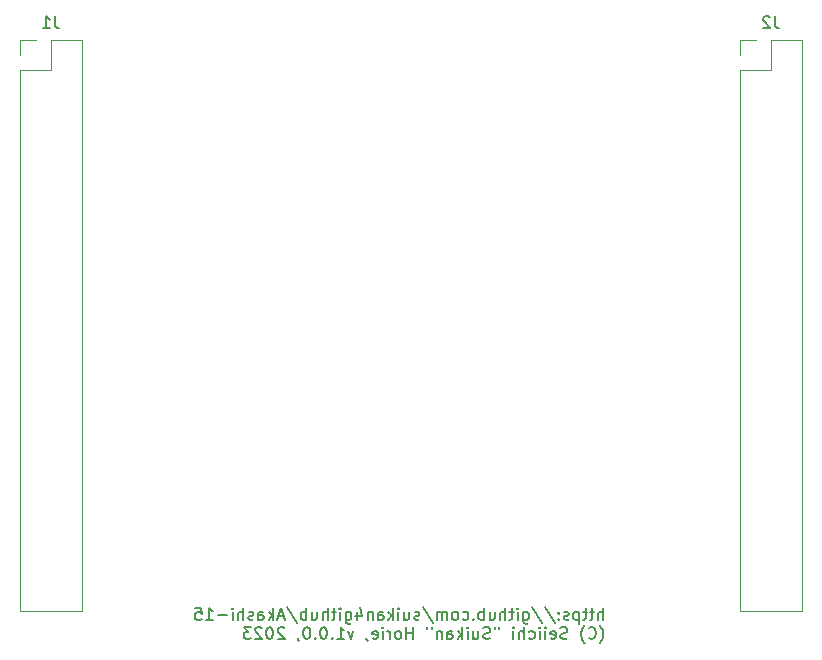
<source format=gbr>
G04 #@! TF.GenerationSoftware,KiCad,Pcbnew,7.0.1-3b83917a11~172~ubuntu22.04.1*
G04 #@! TF.CreationDate,2023-04-09T22:48:41+09:00*
G04 #@! TF.ProjectId,Akashi-15,416b6173-6869-42d3-9135-2e6b69636164,rev?*
G04 #@! TF.SameCoordinates,Original*
G04 #@! TF.FileFunction,Legend,Bot*
G04 #@! TF.FilePolarity,Positive*
%FSLAX46Y46*%
G04 Gerber Fmt 4.6, Leading zero omitted, Abs format (unit mm)*
G04 Created by KiCad (PCBNEW 7.0.1-3b83917a11~172~ubuntu22.04.1) date 2023-04-09 22:48:41*
%MOMM*%
%LPD*%
G01*
G04 APERTURE LIST*
%ADD10C,0.150000*%
%ADD11C,0.120000*%
G04 APERTURE END LIST*
D10*
X169941904Y-136687619D02*
X169941904Y-135687619D01*
X169513333Y-136687619D02*
X169513333Y-136163809D01*
X169513333Y-136163809D02*
X169560952Y-136068571D01*
X169560952Y-136068571D02*
X169656190Y-136020952D01*
X169656190Y-136020952D02*
X169799047Y-136020952D01*
X169799047Y-136020952D02*
X169894285Y-136068571D01*
X169894285Y-136068571D02*
X169941904Y-136116190D01*
X169179999Y-136020952D02*
X168799047Y-136020952D01*
X169037142Y-135687619D02*
X169037142Y-136544761D01*
X169037142Y-136544761D02*
X168989523Y-136640000D01*
X168989523Y-136640000D02*
X168894285Y-136687619D01*
X168894285Y-136687619D02*
X168799047Y-136687619D01*
X168608570Y-136020952D02*
X168227618Y-136020952D01*
X168465713Y-135687619D02*
X168465713Y-136544761D01*
X168465713Y-136544761D02*
X168418094Y-136640000D01*
X168418094Y-136640000D02*
X168322856Y-136687619D01*
X168322856Y-136687619D02*
X168227618Y-136687619D01*
X167894284Y-136020952D02*
X167894284Y-137020952D01*
X167894284Y-136068571D02*
X167799046Y-136020952D01*
X167799046Y-136020952D02*
X167608570Y-136020952D01*
X167608570Y-136020952D02*
X167513332Y-136068571D01*
X167513332Y-136068571D02*
X167465713Y-136116190D01*
X167465713Y-136116190D02*
X167418094Y-136211428D01*
X167418094Y-136211428D02*
X167418094Y-136497142D01*
X167418094Y-136497142D02*
X167465713Y-136592380D01*
X167465713Y-136592380D02*
X167513332Y-136640000D01*
X167513332Y-136640000D02*
X167608570Y-136687619D01*
X167608570Y-136687619D02*
X167799046Y-136687619D01*
X167799046Y-136687619D02*
X167894284Y-136640000D01*
X167037141Y-136640000D02*
X166941903Y-136687619D01*
X166941903Y-136687619D02*
X166751427Y-136687619D01*
X166751427Y-136687619D02*
X166656189Y-136640000D01*
X166656189Y-136640000D02*
X166608570Y-136544761D01*
X166608570Y-136544761D02*
X166608570Y-136497142D01*
X166608570Y-136497142D02*
X166656189Y-136401904D01*
X166656189Y-136401904D02*
X166751427Y-136354285D01*
X166751427Y-136354285D02*
X166894284Y-136354285D01*
X166894284Y-136354285D02*
X166989522Y-136306666D01*
X166989522Y-136306666D02*
X167037141Y-136211428D01*
X167037141Y-136211428D02*
X167037141Y-136163809D01*
X167037141Y-136163809D02*
X166989522Y-136068571D01*
X166989522Y-136068571D02*
X166894284Y-136020952D01*
X166894284Y-136020952D02*
X166751427Y-136020952D01*
X166751427Y-136020952D02*
X166656189Y-136068571D01*
X166179998Y-136592380D02*
X166132379Y-136640000D01*
X166132379Y-136640000D02*
X166179998Y-136687619D01*
X166179998Y-136687619D02*
X166227617Y-136640000D01*
X166227617Y-136640000D02*
X166179998Y-136592380D01*
X166179998Y-136592380D02*
X166179998Y-136687619D01*
X166179998Y-136068571D02*
X166132379Y-136116190D01*
X166132379Y-136116190D02*
X166179998Y-136163809D01*
X166179998Y-136163809D02*
X166227617Y-136116190D01*
X166227617Y-136116190D02*
X166179998Y-136068571D01*
X166179998Y-136068571D02*
X166179998Y-136163809D01*
X164989523Y-135640000D02*
X165846665Y-136925714D01*
X163941904Y-135640000D02*
X164799046Y-136925714D01*
X163179999Y-136020952D02*
X163179999Y-136830476D01*
X163179999Y-136830476D02*
X163227618Y-136925714D01*
X163227618Y-136925714D02*
X163275237Y-136973333D01*
X163275237Y-136973333D02*
X163370475Y-137020952D01*
X163370475Y-137020952D02*
X163513332Y-137020952D01*
X163513332Y-137020952D02*
X163608570Y-136973333D01*
X163179999Y-136640000D02*
X163275237Y-136687619D01*
X163275237Y-136687619D02*
X163465713Y-136687619D01*
X163465713Y-136687619D02*
X163560951Y-136640000D01*
X163560951Y-136640000D02*
X163608570Y-136592380D01*
X163608570Y-136592380D02*
X163656189Y-136497142D01*
X163656189Y-136497142D02*
X163656189Y-136211428D01*
X163656189Y-136211428D02*
X163608570Y-136116190D01*
X163608570Y-136116190D02*
X163560951Y-136068571D01*
X163560951Y-136068571D02*
X163465713Y-136020952D01*
X163465713Y-136020952D02*
X163275237Y-136020952D01*
X163275237Y-136020952D02*
X163179999Y-136068571D01*
X162703808Y-136687619D02*
X162703808Y-136020952D01*
X162703808Y-135687619D02*
X162751427Y-135735238D01*
X162751427Y-135735238D02*
X162703808Y-135782857D01*
X162703808Y-135782857D02*
X162656189Y-135735238D01*
X162656189Y-135735238D02*
X162703808Y-135687619D01*
X162703808Y-135687619D02*
X162703808Y-135782857D01*
X162370475Y-136020952D02*
X161989523Y-136020952D01*
X162227618Y-135687619D02*
X162227618Y-136544761D01*
X162227618Y-136544761D02*
X162179999Y-136640000D01*
X162179999Y-136640000D02*
X162084761Y-136687619D01*
X162084761Y-136687619D02*
X161989523Y-136687619D01*
X161656189Y-136687619D02*
X161656189Y-135687619D01*
X161227618Y-136687619D02*
X161227618Y-136163809D01*
X161227618Y-136163809D02*
X161275237Y-136068571D01*
X161275237Y-136068571D02*
X161370475Y-136020952D01*
X161370475Y-136020952D02*
X161513332Y-136020952D01*
X161513332Y-136020952D02*
X161608570Y-136068571D01*
X161608570Y-136068571D02*
X161656189Y-136116190D01*
X160322856Y-136020952D02*
X160322856Y-136687619D01*
X160751427Y-136020952D02*
X160751427Y-136544761D01*
X160751427Y-136544761D02*
X160703808Y-136640000D01*
X160703808Y-136640000D02*
X160608570Y-136687619D01*
X160608570Y-136687619D02*
X160465713Y-136687619D01*
X160465713Y-136687619D02*
X160370475Y-136640000D01*
X160370475Y-136640000D02*
X160322856Y-136592380D01*
X159846665Y-136687619D02*
X159846665Y-135687619D01*
X159846665Y-136068571D02*
X159751427Y-136020952D01*
X159751427Y-136020952D02*
X159560951Y-136020952D01*
X159560951Y-136020952D02*
X159465713Y-136068571D01*
X159465713Y-136068571D02*
X159418094Y-136116190D01*
X159418094Y-136116190D02*
X159370475Y-136211428D01*
X159370475Y-136211428D02*
X159370475Y-136497142D01*
X159370475Y-136497142D02*
X159418094Y-136592380D01*
X159418094Y-136592380D02*
X159465713Y-136640000D01*
X159465713Y-136640000D02*
X159560951Y-136687619D01*
X159560951Y-136687619D02*
X159751427Y-136687619D01*
X159751427Y-136687619D02*
X159846665Y-136640000D01*
X158941903Y-136592380D02*
X158894284Y-136640000D01*
X158894284Y-136640000D02*
X158941903Y-136687619D01*
X158941903Y-136687619D02*
X158989522Y-136640000D01*
X158989522Y-136640000D02*
X158941903Y-136592380D01*
X158941903Y-136592380D02*
X158941903Y-136687619D01*
X158037142Y-136640000D02*
X158132380Y-136687619D01*
X158132380Y-136687619D02*
X158322856Y-136687619D01*
X158322856Y-136687619D02*
X158418094Y-136640000D01*
X158418094Y-136640000D02*
X158465713Y-136592380D01*
X158465713Y-136592380D02*
X158513332Y-136497142D01*
X158513332Y-136497142D02*
X158513332Y-136211428D01*
X158513332Y-136211428D02*
X158465713Y-136116190D01*
X158465713Y-136116190D02*
X158418094Y-136068571D01*
X158418094Y-136068571D02*
X158322856Y-136020952D01*
X158322856Y-136020952D02*
X158132380Y-136020952D01*
X158132380Y-136020952D02*
X158037142Y-136068571D01*
X157465713Y-136687619D02*
X157560951Y-136640000D01*
X157560951Y-136640000D02*
X157608570Y-136592380D01*
X157608570Y-136592380D02*
X157656189Y-136497142D01*
X157656189Y-136497142D02*
X157656189Y-136211428D01*
X157656189Y-136211428D02*
X157608570Y-136116190D01*
X157608570Y-136116190D02*
X157560951Y-136068571D01*
X157560951Y-136068571D02*
X157465713Y-136020952D01*
X157465713Y-136020952D02*
X157322856Y-136020952D01*
X157322856Y-136020952D02*
X157227618Y-136068571D01*
X157227618Y-136068571D02*
X157179999Y-136116190D01*
X157179999Y-136116190D02*
X157132380Y-136211428D01*
X157132380Y-136211428D02*
X157132380Y-136497142D01*
X157132380Y-136497142D02*
X157179999Y-136592380D01*
X157179999Y-136592380D02*
X157227618Y-136640000D01*
X157227618Y-136640000D02*
X157322856Y-136687619D01*
X157322856Y-136687619D02*
X157465713Y-136687619D01*
X156703808Y-136687619D02*
X156703808Y-136020952D01*
X156703808Y-136116190D02*
X156656189Y-136068571D01*
X156656189Y-136068571D02*
X156560951Y-136020952D01*
X156560951Y-136020952D02*
X156418094Y-136020952D01*
X156418094Y-136020952D02*
X156322856Y-136068571D01*
X156322856Y-136068571D02*
X156275237Y-136163809D01*
X156275237Y-136163809D02*
X156275237Y-136687619D01*
X156275237Y-136163809D02*
X156227618Y-136068571D01*
X156227618Y-136068571D02*
X156132380Y-136020952D01*
X156132380Y-136020952D02*
X155989523Y-136020952D01*
X155989523Y-136020952D02*
X155894284Y-136068571D01*
X155894284Y-136068571D02*
X155846665Y-136163809D01*
X155846665Y-136163809D02*
X155846665Y-136687619D01*
X154656190Y-135640000D02*
X155513332Y-136925714D01*
X154370475Y-136640000D02*
X154275237Y-136687619D01*
X154275237Y-136687619D02*
X154084761Y-136687619D01*
X154084761Y-136687619D02*
X153989523Y-136640000D01*
X153989523Y-136640000D02*
X153941904Y-136544761D01*
X153941904Y-136544761D02*
X153941904Y-136497142D01*
X153941904Y-136497142D02*
X153989523Y-136401904D01*
X153989523Y-136401904D02*
X154084761Y-136354285D01*
X154084761Y-136354285D02*
X154227618Y-136354285D01*
X154227618Y-136354285D02*
X154322856Y-136306666D01*
X154322856Y-136306666D02*
X154370475Y-136211428D01*
X154370475Y-136211428D02*
X154370475Y-136163809D01*
X154370475Y-136163809D02*
X154322856Y-136068571D01*
X154322856Y-136068571D02*
X154227618Y-136020952D01*
X154227618Y-136020952D02*
X154084761Y-136020952D01*
X154084761Y-136020952D02*
X153989523Y-136068571D01*
X153084761Y-136020952D02*
X153084761Y-136687619D01*
X153513332Y-136020952D02*
X153513332Y-136544761D01*
X153513332Y-136544761D02*
X153465713Y-136640000D01*
X153465713Y-136640000D02*
X153370475Y-136687619D01*
X153370475Y-136687619D02*
X153227618Y-136687619D01*
X153227618Y-136687619D02*
X153132380Y-136640000D01*
X153132380Y-136640000D02*
X153084761Y-136592380D01*
X152608570Y-136687619D02*
X152608570Y-136020952D01*
X152608570Y-135687619D02*
X152656189Y-135735238D01*
X152656189Y-135735238D02*
X152608570Y-135782857D01*
X152608570Y-135782857D02*
X152560951Y-135735238D01*
X152560951Y-135735238D02*
X152608570Y-135687619D01*
X152608570Y-135687619D02*
X152608570Y-135782857D01*
X152132380Y-136687619D02*
X152132380Y-135687619D01*
X152037142Y-136306666D02*
X151751428Y-136687619D01*
X151751428Y-136020952D02*
X152132380Y-136401904D01*
X150894285Y-136687619D02*
X150894285Y-136163809D01*
X150894285Y-136163809D02*
X150941904Y-136068571D01*
X150941904Y-136068571D02*
X151037142Y-136020952D01*
X151037142Y-136020952D02*
X151227618Y-136020952D01*
X151227618Y-136020952D02*
X151322856Y-136068571D01*
X150894285Y-136640000D02*
X150989523Y-136687619D01*
X150989523Y-136687619D02*
X151227618Y-136687619D01*
X151227618Y-136687619D02*
X151322856Y-136640000D01*
X151322856Y-136640000D02*
X151370475Y-136544761D01*
X151370475Y-136544761D02*
X151370475Y-136449523D01*
X151370475Y-136449523D02*
X151322856Y-136354285D01*
X151322856Y-136354285D02*
X151227618Y-136306666D01*
X151227618Y-136306666D02*
X150989523Y-136306666D01*
X150989523Y-136306666D02*
X150894285Y-136259047D01*
X150418094Y-136020952D02*
X150418094Y-136687619D01*
X150418094Y-136116190D02*
X150370475Y-136068571D01*
X150370475Y-136068571D02*
X150275237Y-136020952D01*
X150275237Y-136020952D02*
X150132380Y-136020952D01*
X150132380Y-136020952D02*
X150037142Y-136068571D01*
X150037142Y-136068571D02*
X149989523Y-136163809D01*
X149989523Y-136163809D02*
X149989523Y-136687619D01*
X149084761Y-136020952D02*
X149084761Y-136687619D01*
X149322856Y-135640000D02*
X149560951Y-136354285D01*
X149560951Y-136354285D02*
X148941904Y-136354285D01*
X148132380Y-136020952D02*
X148132380Y-136830476D01*
X148132380Y-136830476D02*
X148179999Y-136925714D01*
X148179999Y-136925714D02*
X148227618Y-136973333D01*
X148227618Y-136973333D02*
X148322856Y-137020952D01*
X148322856Y-137020952D02*
X148465713Y-137020952D01*
X148465713Y-137020952D02*
X148560951Y-136973333D01*
X148132380Y-136640000D02*
X148227618Y-136687619D01*
X148227618Y-136687619D02*
X148418094Y-136687619D01*
X148418094Y-136687619D02*
X148513332Y-136640000D01*
X148513332Y-136640000D02*
X148560951Y-136592380D01*
X148560951Y-136592380D02*
X148608570Y-136497142D01*
X148608570Y-136497142D02*
X148608570Y-136211428D01*
X148608570Y-136211428D02*
X148560951Y-136116190D01*
X148560951Y-136116190D02*
X148513332Y-136068571D01*
X148513332Y-136068571D02*
X148418094Y-136020952D01*
X148418094Y-136020952D02*
X148227618Y-136020952D01*
X148227618Y-136020952D02*
X148132380Y-136068571D01*
X147656189Y-136687619D02*
X147656189Y-136020952D01*
X147656189Y-135687619D02*
X147703808Y-135735238D01*
X147703808Y-135735238D02*
X147656189Y-135782857D01*
X147656189Y-135782857D02*
X147608570Y-135735238D01*
X147608570Y-135735238D02*
X147656189Y-135687619D01*
X147656189Y-135687619D02*
X147656189Y-135782857D01*
X147322856Y-136020952D02*
X146941904Y-136020952D01*
X147179999Y-135687619D02*
X147179999Y-136544761D01*
X147179999Y-136544761D02*
X147132380Y-136640000D01*
X147132380Y-136640000D02*
X147037142Y-136687619D01*
X147037142Y-136687619D02*
X146941904Y-136687619D01*
X146608570Y-136687619D02*
X146608570Y-135687619D01*
X146179999Y-136687619D02*
X146179999Y-136163809D01*
X146179999Y-136163809D02*
X146227618Y-136068571D01*
X146227618Y-136068571D02*
X146322856Y-136020952D01*
X146322856Y-136020952D02*
X146465713Y-136020952D01*
X146465713Y-136020952D02*
X146560951Y-136068571D01*
X146560951Y-136068571D02*
X146608570Y-136116190D01*
X145275237Y-136020952D02*
X145275237Y-136687619D01*
X145703808Y-136020952D02*
X145703808Y-136544761D01*
X145703808Y-136544761D02*
X145656189Y-136640000D01*
X145656189Y-136640000D02*
X145560951Y-136687619D01*
X145560951Y-136687619D02*
X145418094Y-136687619D01*
X145418094Y-136687619D02*
X145322856Y-136640000D01*
X145322856Y-136640000D02*
X145275237Y-136592380D01*
X144799046Y-136687619D02*
X144799046Y-135687619D01*
X144799046Y-136068571D02*
X144703808Y-136020952D01*
X144703808Y-136020952D02*
X144513332Y-136020952D01*
X144513332Y-136020952D02*
X144418094Y-136068571D01*
X144418094Y-136068571D02*
X144370475Y-136116190D01*
X144370475Y-136116190D02*
X144322856Y-136211428D01*
X144322856Y-136211428D02*
X144322856Y-136497142D01*
X144322856Y-136497142D02*
X144370475Y-136592380D01*
X144370475Y-136592380D02*
X144418094Y-136640000D01*
X144418094Y-136640000D02*
X144513332Y-136687619D01*
X144513332Y-136687619D02*
X144703808Y-136687619D01*
X144703808Y-136687619D02*
X144799046Y-136640000D01*
X143179999Y-135640000D02*
X144037141Y-136925714D01*
X142894284Y-136401904D02*
X142418094Y-136401904D01*
X142989522Y-136687619D02*
X142656189Y-135687619D01*
X142656189Y-135687619D02*
X142322856Y-136687619D01*
X141989522Y-136687619D02*
X141989522Y-135687619D01*
X141894284Y-136306666D02*
X141608570Y-136687619D01*
X141608570Y-136020952D02*
X141989522Y-136401904D01*
X140751427Y-136687619D02*
X140751427Y-136163809D01*
X140751427Y-136163809D02*
X140799046Y-136068571D01*
X140799046Y-136068571D02*
X140894284Y-136020952D01*
X140894284Y-136020952D02*
X141084760Y-136020952D01*
X141084760Y-136020952D02*
X141179998Y-136068571D01*
X140751427Y-136640000D02*
X140846665Y-136687619D01*
X140846665Y-136687619D02*
X141084760Y-136687619D01*
X141084760Y-136687619D02*
X141179998Y-136640000D01*
X141179998Y-136640000D02*
X141227617Y-136544761D01*
X141227617Y-136544761D02*
X141227617Y-136449523D01*
X141227617Y-136449523D02*
X141179998Y-136354285D01*
X141179998Y-136354285D02*
X141084760Y-136306666D01*
X141084760Y-136306666D02*
X140846665Y-136306666D01*
X140846665Y-136306666D02*
X140751427Y-136259047D01*
X140322855Y-136640000D02*
X140227617Y-136687619D01*
X140227617Y-136687619D02*
X140037141Y-136687619D01*
X140037141Y-136687619D02*
X139941903Y-136640000D01*
X139941903Y-136640000D02*
X139894284Y-136544761D01*
X139894284Y-136544761D02*
X139894284Y-136497142D01*
X139894284Y-136497142D02*
X139941903Y-136401904D01*
X139941903Y-136401904D02*
X140037141Y-136354285D01*
X140037141Y-136354285D02*
X140179998Y-136354285D01*
X140179998Y-136354285D02*
X140275236Y-136306666D01*
X140275236Y-136306666D02*
X140322855Y-136211428D01*
X140322855Y-136211428D02*
X140322855Y-136163809D01*
X140322855Y-136163809D02*
X140275236Y-136068571D01*
X140275236Y-136068571D02*
X140179998Y-136020952D01*
X140179998Y-136020952D02*
X140037141Y-136020952D01*
X140037141Y-136020952D02*
X139941903Y-136068571D01*
X139465712Y-136687619D02*
X139465712Y-135687619D01*
X139037141Y-136687619D02*
X139037141Y-136163809D01*
X139037141Y-136163809D02*
X139084760Y-136068571D01*
X139084760Y-136068571D02*
X139179998Y-136020952D01*
X139179998Y-136020952D02*
X139322855Y-136020952D01*
X139322855Y-136020952D02*
X139418093Y-136068571D01*
X139418093Y-136068571D02*
X139465712Y-136116190D01*
X138560950Y-136687619D02*
X138560950Y-136020952D01*
X138560950Y-135687619D02*
X138608569Y-135735238D01*
X138608569Y-135735238D02*
X138560950Y-135782857D01*
X138560950Y-135782857D02*
X138513331Y-135735238D01*
X138513331Y-135735238D02*
X138560950Y-135687619D01*
X138560950Y-135687619D02*
X138560950Y-135782857D01*
X138084760Y-136306666D02*
X137322856Y-136306666D01*
X136322856Y-136687619D02*
X136894284Y-136687619D01*
X136608570Y-136687619D02*
X136608570Y-135687619D01*
X136608570Y-135687619D02*
X136703808Y-135830476D01*
X136703808Y-135830476D02*
X136799046Y-135925714D01*
X136799046Y-135925714D02*
X136894284Y-135973333D01*
X135418094Y-135687619D02*
X135894284Y-135687619D01*
X135894284Y-135687619D02*
X135941903Y-136163809D01*
X135941903Y-136163809D02*
X135894284Y-136116190D01*
X135894284Y-136116190D02*
X135799046Y-136068571D01*
X135799046Y-136068571D02*
X135560951Y-136068571D01*
X135560951Y-136068571D02*
X135465713Y-136116190D01*
X135465713Y-136116190D02*
X135418094Y-136163809D01*
X135418094Y-136163809D02*
X135370475Y-136259047D01*
X135370475Y-136259047D02*
X135370475Y-136497142D01*
X135370475Y-136497142D02*
X135418094Y-136592380D01*
X135418094Y-136592380D02*
X135465713Y-136640000D01*
X135465713Y-136640000D02*
X135560951Y-136687619D01*
X135560951Y-136687619D02*
X135799046Y-136687619D01*
X135799046Y-136687619D02*
X135894284Y-136640000D01*
X135894284Y-136640000D02*
X135941903Y-136592380D01*
X169656190Y-138688571D02*
X169703809Y-138640952D01*
X169703809Y-138640952D02*
X169799047Y-138498095D01*
X169799047Y-138498095D02*
X169846666Y-138402857D01*
X169846666Y-138402857D02*
X169894285Y-138260000D01*
X169894285Y-138260000D02*
X169941904Y-138021904D01*
X169941904Y-138021904D02*
X169941904Y-137831428D01*
X169941904Y-137831428D02*
X169894285Y-137593333D01*
X169894285Y-137593333D02*
X169846666Y-137450476D01*
X169846666Y-137450476D02*
X169799047Y-137355238D01*
X169799047Y-137355238D02*
X169703809Y-137212380D01*
X169703809Y-137212380D02*
X169656190Y-137164761D01*
X168703809Y-138212380D02*
X168751428Y-138260000D01*
X168751428Y-138260000D02*
X168894285Y-138307619D01*
X168894285Y-138307619D02*
X168989523Y-138307619D01*
X168989523Y-138307619D02*
X169132380Y-138260000D01*
X169132380Y-138260000D02*
X169227618Y-138164761D01*
X169227618Y-138164761D02*
X169275237Y-138069523D01*
X169275237Y-138069523D02*
X169322856Y-137879047D01*
X169322856Y-137879047D02*
X169322856Y-137736190D01*
X169322856Y-137736190D02*
X169275237Y-137545714D01*
X169275237Y-137545714D02*
X169227618Y-137450476D01*
X169227618Y-137450476D02*
X169132380Y-137355238D01*
X169132380Y-137355238D02*
X168989523Y-137307619D01*
X168989523Y-137307619D02*
X168894285Y-137307619D01*
X168894285Y-137307619D02*
X168751428Y-137355238D01*
X168751428Y-137355238D02*
X168703809Y-137402857D01*
X168370475Y-138688571D02*
X168322856Y-138640952D01*
X168322856Y-138640952D02*
X168227618Y-138498095D01*
X168227618Y-138498095D02*
X168179999Y-138402857D01*
X168179999Y-138402857D02*
X168132380Y-138260000D01*
X168132380Y-138260000D02*
X168084761Y-138021904D01*
X168084761Y-138021904D02*
X168084761Y-137831428D01*
X168084761Y-137831428D02*
X168132380Y-137593333D01*
X168132380Y-137593333D02*
X168179999Y-137450476D01*
X168179999Y-137450476D02*
X168227618Y-137355238D01*
X168227618Y-137355238D02*
X168322856Y-137212380D01*
X168322856Y-137212380D02*
X168370475Y-137164761D01*
X166894284Y-138260000D02*
X166751427Y-138307619D01*
X166751427Y-138307619D02*
X166513332Y-138307619D01*
X166513332Y-138307619D02*
X166418094Y-138260000D01*
X166418094Y-138260000D02*
X166370475Y-138212380D01*
X166370475Y-138212380D02*
X166322856Y-138117142D01*
X166322856Y-138117142D02*
X166322856Y-138021904D01*
X166322856Y-138021904D02*
X166370475Y-137926666D01*
X166370475Y-137926666D02*
X166418094Y-137879047D01*
X166418094Y-137879047D02*
X166513332Y-137831428D01*
X166513332Y-137831428D02*
X166703808Y-137783809D01*
X166703808Y-137783809D02*
X166799046Y-137736190D01*
X166799046Y-137736190D02*
X166846665Y-137688571D01*
X166846665Y-137688571D02*
X166894284Y-137593333D01*
X166894284Y-137593333D02*
X166894284Y-137498095D01*
X166894284Y-137498095D02*
X166846665Y-137402857D01*
X166846665Y-137402857D02*
X166799046Y-137355238D01*
X166799046Y-137355238D02*
X166703808Y-137307619D01*
X166703808Y-137307619D02*
X166465713Y-137307619D01*
X166465713Y-137307619D02*
X166322856Y-137355238D01*
X165513332Y-138260000D02*
X165608570Y-138307619D01*
X165608570Y-138307619D02*
X165799046Y-138307619D01*
X165799046Y-138307619D02*
X165894284Y-138260000D01*
X165894284Y-138260000D02*
X165941903Y-138164761D01*
X165941903Y-138164761D02*
X165941903Y-137783809D01*
X165941903Y-137783809D02*
X165894284Y-137688571D01*
X165894284Y-137688571D02*
X165799046Y-137640952D01*
X165799046Y-137640952D02*
X165608570Y-137640952D01*
X165608570Y-137640952D02*
X165513332Y-137688571D01*
X165513332Y-137688571D02*
X165465713Y-137783809D01*
X165465713Y-137783809D02*
X165465713Y-137879047D01*
X165465713Y-137879047D02*
X165941903Y-137974285D01*
X165037141Y-138307619D02*
X165037141Y-137640952D01*
X165037141Y-137307619D02*
X165084760Y-137355238D01*
X165084760Y-137355238D02*
X165037141Y-137402857D01*
X165037141Y-137402857D02*
X164989522Y-137355238D01*
X164989522Y-137355238D02*
X165037141Y-137307619D01*
X165037141Y-137307619D02*
X165037141Y-137402857D01*
X164560951Y-138307619D02*
X164560951Y-137640952D01*
X164560951Y-137307619D02*
X164608570Y-137355238D01*
X164608570Y-137355238D02*
X164560951Y-137402857D01*
X164560951Y-137402857D02*
X164513332Y-137355238D01*
X164513332Y-137355238D02*
X164560951Y-137307619D01*
X164560951Y-137307619D02*
X164560951Y-137402857D01*
X163656190Y-138260000D02*
X163751428Y-138307619D01*
X163751428Y-138307619D02*
X163941904Y-138307619D01*
X163941904Y-138307619D02*
X164037142Y-138260000D01*
X164037142Y-138260000D02*
X164084761Y-138212380D01*
X164084761Y-138212380D02*
X164132380Y-138117142D01*
X164132380Y-138117142D02*
X164132380Y-137831428D01*
X164132380Y-137831428D02*
X164084761Y-137736190D01*
X164084761Y-137736190D02*
X164037142Y-137688571D01*
X164037142Y-137688571D02*
X163941904Y-137640952D01*
X163941904Y-137640952D02*
X163751428Y-137640952D01*
X163751428Y-137640952D02*
X163656190Y-137688571D01*
X163227618Y-138307619D02*
X163227618Y-137307619D01*
X162799047Y-138307619D02*
X162799047Y-137783809D01*
X162799047Y-137783809D02*
X162846666Y-137688571D01*
X162846666Y-137688571D02*
X162941904Y-137640952D01*
X162941904Y-137640952D02*
X163084761Y-137640952D01*
X163084761Y-137640952D02*
X163179999Y-137688571D01*
X163179999Y-137688571D02*
X163227618Y-137736190D01*
X162322856Y-138307619D02*
X162322856Y-137640952D01*
X162322856Y-137307619D02*
X162370475Y-137355238D01*
X162370475Y-137355238D02*
X162322856Y-137402857D01*
X162322856Y-137402857D02*
X162275237Y-137355238D01*
X162275237Y-137355238D02*
X162322856Y-137307619D01*
X162322856Y-137307619D02*
X162322856Y-137402857D01*
X161132380Y-137307619D02*
X161132380Y-137498095D01*
X160751428Y-137307619D02*
X160751428Y-137498095D01*
X160370475Y-138260000D02*
X160227618Y-138307619D01*
X160227618Y-138307619D02*
X159989523Y-138307619D01*
X159989523Y-138307619D02*
X159894285Y-138260000D01*
X159894285Y-138260000D02*
X159846666Y-138212380D01*
X159846666Y-138212380D02*
X159799047Y-138117142D01*
X159799047Y-138117142D02*
X159799047Y-138021904D01*
X159799047Y-138021904D02*
X159846666Y-137926666D01*
X159846666Y-137926666D02*
X159894285Y-137879047D01*
X159894285Y-137879047D02*
X159989523Y-137831428D01*
X159989523Y-137831428D02*
X160179999Y-137783809D01*
X160179999Y-137783809D02*
X160275237Y-137736190D01*
X160275237Y-137736190D02*
X160322856Y-137688571D01*
X160322856Y-137688571D02*
X160370475Y-137593333D01*
X160370475Y-137593333D02*
X160370475Y-137498095D01*
X160370475Y-137498095D02*
X160322856Y-137402857D01*
X160322856Y-137402857D02*
X160275237Y-137355238D01*
X160275237Y-137355238D02*
X160179999Y-137307619D01*
X160179999Y-137307619D02*
X159941904Y-137307619D01*
X159941904Y-137307619D02*
X159799047Y-137355238D01*
X158941904Y-137640952D02*
X158941904Y-138307619D01*
X159370475Y-137640952D02*
X159370475Y-138164761D01*
X159370475Y-138164761D02*
X159322856Y-138260000D01*
X159322856Y-138260000D02*
X159227618Y-138307619D01*
X159227618Y-138307619D02*
X159084761Y-138307619D01*
X159084761Y-138307619D02*
X158989523Y-138260000D01*
X158989523Y-138260000D02*
X158941904Y-138212380D01*
X158465713Y-138307619D02*
X158465713Y-137640952D01*
X158465713Y-137307619D02*
X158513332Y-137355238D01*
X158513332Y-137355238D02*
X158465713Y-137402857D01*
X158465713Y-137402857D02*
X158418094Y-137355238D01*
X158418094Y-137355238D02*
X158465713Y-137307619D01*
X158465713Y-137307619D02*
X158465713Y-137402857D01*
X157989523Y-138307619D02*
X157989523Y-137307619D01*
X157894285Y-137926666D02*
X157608571Y-138307619D01*
X157608571Y-137640952D02*
X157989523Y-138021904D01*
X156751428Y-138307619D02*
X156751428Y-137783809D01*
X156751428Y-137783809D02*
X156799047Y-137688571D01*
X156799047Y-137688571D02*
X156894285Y-137640952D01*
X156894285Y-137640952D02*
X157084761Y-137640952D01*
X157084761Y-137640952D02*
X157179999Y-137688571D01*
X156751428Y-138260000D02*
X156846666Y-138307619D01*
X156846666Y-138307619D02*
X157084761Y-138307619D01*
X157084761Y-138307619D02*
X157179999Y-138260000D01*
X157179999Y-138260000D02*
X157227618Y-138164761D01*
X157227618Y-138164761D02*
X157227618Y-138069523D01*
X157227618Y-138069523D02*
X157179999Y-137974285D01*
X157179999Y-137974285D02*
X157084761Y-137926666D01*
X157084761Y-137926666D02*
X156846666Y-137926666D01*
X156846666Y-137926666D02*
X156751428Y-137879047D01*
X156275237Y-137640952D02*
X156275237Y-138307619D01*
X156275237Y-137736190D02*
X156227618Y-137688571D01*
X156227618Y-137688571D02*
X156132380Y-137640952D01*
X156132380Y-137640952D02*
X155989523Y-137640952D01*
X155989523Y-137640952D02*
X155894285Y-137688571D01*
X155894285Y-137688571D02*
X155846666Y-137783809D01*
X155846666Y-137783809D02*
X155846666Y-138307619D01*
X155418094Y-137307619D02*
X155418094Y-137498095D01*
X155037142Y-137307619D02*
X155037142Y-137498095D01*
X153846665Y-138307619D02*
X153846665Y-137307619D01*
X153846665Y-137783809D02*
X153275237Y-137783809D01*
X153275237Y-138307619D02*
X153275237Y-137307619D01*
X152656189Y-138307619D02*
X152751427Y-138260000D01*
X152751427Y-138260000D02*
X152799046Y-138212380D01*
X152799046Y-138212380D02*
X152846665Y-138117142D01*
X152846665Y-138117142D02*
X152846665Y-137831428D01*
X152846665Y-137831428D02*
X152799046Y-137736190D01*
X152799046Y-137736190D02*
X152751427Y-137688571D01*
X152751427Y-137688571D02*
X152656189Y-137640952D01*
X152656189Y-137640952D02*
X152513332Y-137640952D01*
X152513332Y-137640952D02*
X152418094Y-137688571D01*
X152418094Y-137688571D02*
X152370475Y-137736190D01*
X152370475Y-137736190D02*
X152322856Y-137831428D01*
X152322856Y-137831428D02*
X152322856Y-138117142D01*
X152322856Y-138117142D02*
X152370475Y-138212380D01*
X152370475Y-138212380D02*
X152418094Y-138260000D01*
X152418094Y-138260000D02*
X152513332Y-138307619D01*
X152513332Y-138307619D02*
X152656189Y-138307619D01*
X151894284Y-138307619D02*
X151894284Y-137640952D01*
X151894284Y-137831428D02*
X151846665Y-137736190D01*
X151846665Y-137736190D02*
X151799046Y-137688571D01*
X151799046Y-137688571D02*
X151703808Y-137640952D01*
X151703808Y-137640952D02*
X151608570Y-137640952D01*
X151275236Y-138307619D02*
X151275236Y-137640952D01*
X151275236Y-137307619D02*
X151322855Y-137355238D01*
X151322855Y-137355238D02*
X151275236Y-137402857D01*
X151275236Y-137402857D02*
X151227617Y-137355238D01*
X151227617Y-137355238D02*
X151275236Y-137307619D01*
X151275236Y-137307619D02*
X151275236Y-137402857D01*
X150418094Y-138260000D02*
X150513332Y-138307619D01*
X150513332Y-138307619D02*
X150703808Y-138307619D01*
X150703808Y-138307619D02*
X150799046Y-138260000D01*
X150799046Y-138260000D02*
X150846665Y-138164761D01*
X150846665Y-138164761D02*
X150846665Y-137783809D01*
X150846665Y-137783809D02*
X150799046Y-137688571D01*
X150799046Y-137688571D02*
X150703808Y-137640952D01*
X150703808Y-137640952D02*
X150513332Y-137640952D01*
X150513332Y-137640952D02*
X150418094Y-137688571D01*
X150418094Y-137688571D02*
X150370475Y-137783809D01*
X150370475Y-137783809D02*
X150370475Y-137879047D01*
X150370475Y-137879047D02*
X150846665Y-137974285D01*
X149894284Y-138260000D02*
X149894284Y-138307619D01*
X149894284Y-138307619D02*
X149941903Y-138402857D01*
X149941903Y-138402857D02*
X149989522Y-138450476D01*
X148799046Y-137640952D02*
X148560951Y-138307619D01*
X148560951Y-138307619D02*
X148322856Y-137640952D01*
X147418094Y-138307619D02*
X147989522Y-138307619D01*
X147703808Y-138307619D02*
X147703808Y-137307619D01*
X147703808Y-137307619D02*
X147799046Y-137450476D01*
X147799046Y-137450476D02*
X147894284Y-137545714D01*
X147894284Y-137545714D02*
X147989522Y-137593333D01*
X146989522Y-138212380D02*
X146941903Y-138260000D01*
X146941903Y-138260000D02*
X146989522Y-138307619D01*
X146989522Y-138307619D02*
X147037141Y-138260000D01*
X147037141Y-138260000D02*
X146989522Y-138212380D01*
X146989522Y-138212380D02*
X146989522Y-138307619D01*
X146322856Y-137307619D02*
X146227618Y-137307619D01*
X146227618Y-137307619D02*
X146132380Y-137355238D01*
X146132380Y-137355238D02*
X146084761Y-137402857D01*
X146084761Y-137402857D02*
X146037142Y-137498095D01*
X146037142Y-137498095D02*
X145989523Y-137688571D01*
X145989523Y-137688571D02*
X145989523Y-137926666D01*
X145989523Y-137926666D02*
X146037142Y-138117142D01*
X146037142Y-138117142D02*
X146084761Y-138212380D01*
X146084761Y-138212380D02*
X146132380Y-138260000D01*
X146132380Y-138260000D02*
X146227618Y-138307619D01*
X146227618Y-138307619D02*
X146322856Y-138307619D01*
X146322856Y-138307619D02*
X146418094Y-138260000D01*
X146418094Y-138260000D02*
X146465713Y-138212380D01*
X146465713Y-138212380D02*
X146513332Y-138117142D01*
X146513332Y-138117142D02*
X146560951Y-137926666D01*
X146560951Y-137926666D02*
X146560951Y-137688571D01*
X146560951Y-137688571D02*
X146513332Y-137498095D01*
X146513332Y-137498095D02*
X146465713Y-137402857D01*
X146465713Y-137402857D02*
X146418094Y-137355238D01*
X146418094Y-137355238D02*
X146322856Y-137307619D01*
X145560951Y-138212380D02*
X145513332Y-138260000D01*
X145513332Y-138260000D02*
X145560951Y-138307619D01*
X145560951Y-138307619D02*
X145608570Y-138260000D01*
X145608570Y-138260000D02*
X145560951Y-138212380D01*
X145560951Y-138212380D02*
X145560951Y-138307619D01*
X144894285Y-137307619D02*
X144799047Y-137307619D01*
X144799047Y-137307619D02*
X144703809Y-137355238D01*
X144703809Y-137355238D02*
X144656190Y-137402857D01*
X144656190Y-137402857D02*
X144608571Y-137498095D01*
X144608571Y-137498095D02*
X144560952Y-137688571D01*
X144560952Y-137688571D02*
X144560952Y-137926666D01*
X144560952Y-137926666D02*
X144608571Y-138117142D01*
X144608571Y-138117142D02*
X144656190Y-138212380D01*
X144656190Y-138212380D02*
X144703809Y-138260000D01*
X144703809Y-138260000D02*
X144799047Y-138307619D01*
X144799047Y-138307619D02*
X144894285Y-138307619D01*
X144894285Y-138307619D02*
X144989523Y-138260000D01*
X144989523Y-138260000D02*
X145037142Y-138212380D01*
X145037142Y-138212380D02*
X145084761Y-138117142D01*
X145084761Y-138117142D02*
X145132380Y-137926666D01*
X145132380Y-137926666D02*
X145132380Y-137688571D01*
X145132380Y-137688571D02*
X145084761Y-137498095D01*
X145084761Y-137498095D02*
X145037142Y-137402857D01*
X145037142Y-137402857D02*
X144989523Y-137355238D01*
X144989523Y-137355238D02*
X144894285Y-137307619D01*
X144084761Y-138260000D02*
X144084761Y-138307619D01*
X144084761Y-138307619D02*
X144132380Y-138402857D01*
X144132380Y-138402857D02*
X144179999Y-138450476D01*
X142941904Y-137402857D02*
X142894285Y-137355238D01*
X142894285Y-137355238D02*
X142799047Y-137307619D01*
X142799047Y-137307619D02*
X142560952Y-137307619D01*
X142560952Y-137307619D02*
X142465714Y-137355238D01*
X142465714Y-137355238D02*
X142418095Y-137402857D01*
X142418095Y-137402857D02*
X142370476Y-137498095D01*
X142370476Y-137498095D02*
X142370476Y-137593333D01*
X142370476Y-137593333D02*
X142418095Y-137736190D01*
X142418095Y-137736190D02*
X142989523Y-138307619D01*
X142989523Y-138307619D02*
X142370476Y-138307619D01*
X141751428Y-137307619D02*
X141656190Y-137307619D01*
X141656190Y-137307619D02*
X141560952Y-137355238D01*
X141560952Y-137355238D02*
X141513333Y-137402857D01*
X141513333Y-137402857D02*
X141465714Y-137498095D01*
X141465714Y-137498095D02*
X141418095Y-137688571D01*
X141418095Y-137688571D02*
X141418095Y-137926666D01*
X141418095Y-137926666D02*
X141465714Y-138117142D01*
X141465714Y-138117142D02*
X141513333Y-138212380D01*
X141513333Y-138212380D02*
X141560952Y-138260000D01*
X141560952Y-138260000D02*
X141656190Y-138307619D01*
X141656190Y-138307619D02*
X141751428Y-138307619D01*
X141751428Y-138307619D02*
X141846666Y-138260000D01*
X141846666Y-138260000D02*
X141894285Y-138212380D01*
X141894285Y-138212380D02*
X141941904Y-138117142D01*
X141941904Y-138117142D02*
X141989523Y-137926666D01*
X141989523Y-137926666D02*
X141989523Y-137688571D01*
X141989523Y-137688571D02*
X141941904Y-137498095D01*
X141941904Y-137498095D02*
X141894285Y-137402857D01*
X141894285Y-137402857D02*
X141846666Y-137355238D01*
X141846666Y-137355238D02*
X141751428Y-137307619D01*
X141037142Y-137402857D02*
X140989523Y-137355238D01*
X140989523Y-137355238D02*
X140894285Y-137307619D01*
X140894285Y-137307619D02*
X140656190Y-137307619D01*
X140656190Y-137307619D02*
X140560952Y-137355238D01*
X140560952Y-137355238D02*
X140513333Y-137402857D01*
X140513333Y-137402857D02*
X140465714Y-137498095D01*
X140465714Y-137498095D02*
X140465714Y-137593333D01*
X140465714Y-137593333D02*
X140513333Y-137736190D01*
X140513333Y-137736190D02*
X141084761Y-138307619D01*
X141084761Y-138307619D02*
X140465714Y-138307619D01*
X140132380Y-137307619D02*
X139513333Y-137307619D01*
X139513333Y-137307619D02*
X139846666Y-137688571D01*
X139846666Y-137688571D02*
X139703809Y-137688571D01*
X139703809Y-137688571D02*
X139608571Y-137736190D01*
X139608571Y-137736190D02*
X139560952Y-137783809D01*
X139560952Y-137783809D02*
X139513333Y-137879047D01*
X139513333Y-137879047D02*
X139513333Y-138117142D01*
X139513333Y-138117142D02*
X139560952Y-138212380D01*
X139560952Y-138212380D02*
X139608571Y-138260000D01*
X139608571Y-138260000D02*
X139703809Y-138307619D01*
X139703809Y-138307619D02*
X139989523Y-138307619D01*
X139989523Y-138307619D02*
X140084761Y-138260000D01*
X140084761Y-138260000D02*
X140132380Y-138212380D01*
X184483333Y-85592619D02*
X184483333Y-86306904D01*
X184483333Y-86306904D02*
X184530952Y-86449761D01*
X184530952Y-86449761D02*
X184626190Y-86545000D01*
X184626190Y-86545000D02*
X184769047Y-86592619D01*
X184769047Y-86592619D02*
X184864285Y-86592619D01*
X184054761Y-85687857D02*
X184007142Y-85640238D01*
X184007142Y-85640238D02*
X183911904Y-85592619D01*
X183911904Y-85592619D02*
X183673809Y-85592619D01*
X183673809Y-85592619D02*
X183578571Y-85640238D01*
X183578571Y-85640238D02*
X183530952Y-85687857D01*
X183530952Y-85687857D02*
X183483333Y-85783095D01*
X183483333Y-85783095D02*
X183483333Y-85878333D01*
X183483333Y-85878333D02*
X183530952Y-86021190D01*
X183530952Y-86021190D02*
X184102380Y-86592619D01*
X184102380Y-86592619D02*
X183483333Y-86592619D01*
X123523333Y-85592619D02*
X123523333Y-86306904D01*
X123523333Y-86306904D02*
X123570952Y-86449761D01*
X123570952Y-86449761D02*
X123666190Y-86545000D01*
X123666190Y-86545000D02*
X123809047Y-86592619D01*
X123809047Y-86592619D02*
X123904285Y-86592619D01*
X122523333Y-86592619D02*
X123094761Y-86592619D01*
X122809047Y-86592619D02*
X122809047Y-85592619D01*
X122809047Y-85592619D02*
X122904285Y-85735476D01*
X122904285Y-85735476D02*
X122999523Y-85830714D01*
X122999523Y-85830714D02*
X123094761Y-85878333D01*
D11*
X186750000Y-135950000D02*
X181550000Y-135950000D01*
X186750000Y-87570000D02*
X186750000Y-135950000D01*
X186750000Y-87570000D02*
X184150000Y-87570000D01*
X184150000Y-90170000D02*
X181550000Y-90170000D01*
X184150000Y-87570000D02*
X184150000Y-90170000D01*
X182880000Y-87570000D02*
X181550000Y-87570000D01*
X181550000Y-90170000D02*
X181550000Y-135950000D01*
X181550000Y-87570000D02*
X181550000Y-88900000D01*
X125790000Y-135950000D02*
X120590000Y-135950000D01*
X125790000Y-87570000D02*
X125790000Y-135950000D01*
X125790000Y-87570000D02*
X123190000Y-87570000D01*
X123190000Y-90170000D02*
X120590000Y-90170000D01*
X123190000Y-87570000D02*
X123190000Y-90170000D01*
X121920000Y-87570000D02*
X120590000Y-87570000D01*
X120590000Y-90170000D02*
X120590000Y-135950000D01*
X120590000Y-87570000D02*
X120590000Y-88900000D01*
M02*

</source>
